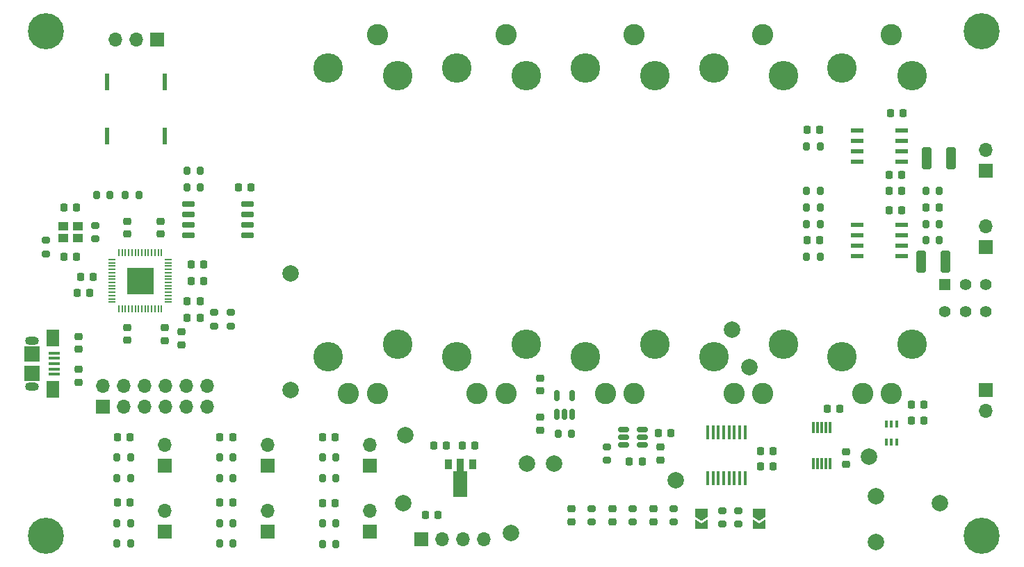
<source format=gts>
G04 #@! TF.GenerationSoftware,KiCad,Pcbnew,(6.0.5)*
G04 #@! TF.CreationDate,2023-10-11T11:29:23-04:00*
G04 #@! TF.ProjectId,v1,76312e6b-6963-4616-945f-706362585858,rev?*
G04 #@! TF.SameCoordinates,Original*
G04 #@! TF.FileFunction,Soldermask,Top*
G04 #@! TF.FilePolarity,Negative*
%FSLAX46Y46*%
G04 Gerber Fmt 4.6, Leading zero omitted, Abs format (unit mm)*
G04 Created by KiCad (PCBNEW (6.0.5)) date 2023-10-11 11:29:23*
%MOMM*%
%LPD*%
G01*
G04 APERTURE LIST*
G04 Aperture macros list*
%AMRoundRect*
0 Rectangle with rounded corners*
0 $1 Rounding radius*
0 $2 $3 $4 $5 $6 $7 $8 $9 X,Y pos of 4 corners*
0 Add a 4 corners polygon primitive as box body*
4,1,4,$2,$3,$4,$5,$6,$7,$8,$9,$2,$3,0*
0 Add four circle primitives for the rounded corners*
1,1,$1+$1,$2,$3*
1,1,$1+$1,$4,$5*
1,1,$1+$1,$6,$7*
1,1,$1+$1,$8,$9*
0 Add four rect primitives between the rounded corners*
20,1,$1+$1,$2,$3,$4,$5,0*
20,1,$1+$1,$4,$5,$6,$7,0*
20,1,$1+$1,$6,$7,$8,$9,0*
20,1,$1+$1,$8,$9,$2,$3,0*%
%AMFreePoly0*
4,1,6,1.000000,0.000000,0.500000,-0.750000,-0.500000,-0.750000,-0.500000,0.750000,0.500000,0.750000,1.000000,0.000000,1.000000,0.000000,$1*%
%AMFreePoly1*
4,1,6,0.500000,-0.750000,-0.650000,-0.750000,-0.150000,0.000000,-0.650000,0.750000,0.500000,0.750000,0.500000,-0.750000,0.500000,-0.750000,$1*%
%AMFreePoly2*
4,1,9,3.862500,-0.866500,0.737500,-0.866500,0.737500,-0.450000,-0.737500,-0.450000,-0.737500,0.450000,0.737500,0.450000,0.737500,0.866500,3.862500,0.866500,3.862500,-0.866500,3.862500,-0.866500,$1*%
G04 Aperture macros list end*
%ADD10RoundRect,0.200000X-0.200000X-0.275000X0.200000X-0.275000X0.200000X0.275000X-0.200000X0.275000X0*%
%ADD11RoundRect,0.225000X0.225000X0.250000X-0.225000X0.250000X-0.225000X-0.250000X0.225000X-0.250000X0*%
%ADD12RoundRect,0.200000X0.200000X0.275000X-0.200000X0.275000X-0.200000X-0.275000X0.200000X-0.275000X0*%
%ADD13C,2.000000*%
%ADD14R,1.700000X1.700000*%
%ADD15O,1.700000X1.700000*%
%ADD16RoundRect,0.225000X0.250000X-0.225000X0.250000X0.225000X-0.250000X0.225000X-0.250000X-0.225000X0*%
%ADD17RoundRect,0.225000X-0.225000X-0.250000X0.225000X-0.250000X0.225000X0.250000X-0.225000X0.250000X0*%
%ADD18RoundRect,0.200000X0.275000X-0.200000X0.275000X0.200000X-0.275000X0.200000X-0.275000X-0.200000X0*%
%ADD19C,4.400000*%
%ADD20RoundRect,0.218750X-0.256250X0.218750X-0.256250X-0.218750X0.256250X-0.218750X0.256250X0.218750X0*%
%ADD21RoundRect,0.200000X-0.275000X0.200000X-0.275000X-0.200000X0.275000X-0.200000X0.275000X0.200000X0*%
%ADD22RoundRect,0.225000X-0.250000X0.225000X-0.250000X-0.225000X0.250000X-0.225000X0.250000X0.225000X0*%
%ADD23O,0.200000X0.875000*%
%ADD24O,0.875000X0.200000*%
%ADD25R,3.200000X3.200000*%
%ADD26R,0.558800X2.108200*%
%ADD27R,0.355600X1.676400*%
%ADD28RoundRect,0.150000X0.150000X-0.512500X0.150000X0.512500X-0.150000X0.512500X-0.150000X-0.512500X0*%
%ADD29R,1.400000X1.400000*%
%ADD30C,1.400000*%
%ADD31RoundRect,0.218750X0.256250X-0.218750X0.256250X0.218750X-0.256250X0.218750X-0.256250X-0.218750X0*%
%ADD32RoundRect,0.150000X-0.650000X-0.150000X0.650000X-0.150000X0.650000X0.150000X-0.650000X0.150000X0*%
%ADD33R,1.150000X1.000000*%
%ADD34R,0.400000X0.900000*%
%ADD35RoundRect,0.150000X-0.512500X-0.150000X0.512500X-0.150000X0.512500X0.150000X-0.512500X0.150000X0*%
%ADD36RoundRect,0.250000X-0.325000X-1.100000X0.325000X-1.100000X0.325000X1.100000X-0.325000X1.100000X0*%
%ADD37FreePoly0,270.000000*%
%ADD38FreePoly1,270.000000*%
%ADD39R,1.500000X0.550000*%
%ADD40R,0.300000X1.400000*%
%ADD41R,1.360000X0.400000*%
%ADD42O,1.700000X1.000000*%
%ADD43R,1.900000X1.950000*%
%ADD44R,1.600000X2.100000*%
%ADD45R,0.900000X1.300000*%
%ADD46FreePoly2,270.000000*%
%ADD47RoundRect,0.250000X0.325000X1.100000X-0.325000X1.100000X-0.325000X-1.100000X0.325000X-1.100000X0*%
%ADD48C,2.600000*%
%ADD49C,3.600000*%
G04 APERTURE END LIST*
D10*
X124175000Y-120000000D03*
X125825000Y-120000000D03*
D11*
X115500000Y-87000000D03*
X113950000Y-87000000D03*
D12*
X184825000Y-91500000D03*
X183175000Y-91500000D03*
D13*
X199400000Y-125600000D03*
D14*
X117500000Y-129000000D03*
D15*
X117500000Y-126460000D03*
D14*
X104040000Y-69000000D03*
D15*
X101500000Y-69000000D03*
X98960000Y-69000000D03*
D14*
X205000000Y-94318750D03*
D15*
X205000000Y-91778750D03*
D16*
X100400000Y-92712500D03*
X100400000Y-91162500D03*
D10*
X99175000Y-120000000D03*
X100825000Y-120000000D03*
D17*
X195905000Y-113500000D03*
X197455000Y-113500000D03*
D18*
X158862500Y-120325000D03*
X158862500Y-118675000D03*
D12*
X113325000Y-122500000D03*
X111675000Y-122500000D03*
D11*
X184775000Y-93500000D03*
X183225000Y-93500000D03*
D19*
X90500000Y-68000000D03*
D20*
X159500000Y-126252500D03*
X159500000Y-127827500D03*
D21*
X172875000Y-126487500D03*
X172875000Y-128137500D03*
D13*
X190800000Y-119900000D03*
D17*
X195905000Y-115500000D03*
X197455000Y-115500000D03*
D10*
X99175000Y-128000000D03*
X100825000Y-128000000D03*
D14*
X130000000Y-121000000D03*
D15*
X130000000Y-118460000D03*
D11*
X138275000Y-127000000D03*
X136725000Y-127000000D03*
D22*
X107000000Y-104662500D03*
X107000000Y-106212500D03*
D21*
X113000000Y-102287500D03*
X113000000Y-103937500D03*
D11*
X194775000Y-87500000D03*
X193225000Y-87500000D03*
D21*
X157000000Y-126215000D03*
X157000000Y-127865000D03*
D14*
X117500000Y-121000000D03*
D15*
X117500000Y-118460000D03*
D13*
X120300000Y-111800000D03*
D23*
X104600000Y-95000000D03*
X104200000Y-95000000D03*
X103800000Y-95000000D03*
X103400000Y-95000000D03*
X103000000Y-95000000D03*
X102600000Y-95000000D03*
X102200000Y-95000000D03*
X101800000Y-95000000D03*
X101400000Y-95000000D03*
X101000000Y-95000000D03*
X100600000Y-95000000D03*
X100200000Y-95000000D03*
X99800000Y-95000000D03*
X99400000Y-95000000D03*
D24*
X98562500Y-95837500D03*
X98562500Y-96237500D03*
X98562500Y-96637500D03*
X98562500Y-97037500D03*
X98562500Y-97437500D03*
X98562500Y-97837500D03*
X98562500Y-98237500D03*
X98562500Y-98637500D03*
X98562500Y-99037500D03*
X98562500Y-99437500D03*
X98562500Y-99837500D03*
X98562500Y-100237500D03*
X98562500Y-100637500D03*
X98562500Y-101037500D03*
D23*
X99400000Y-101875000D03*
X99800000Y-101875000D03*
X100200000Y-101875000D03*
X100600000Y-101875000D03*
X101000000Y-101875000D03*
X101400000Y-101875000D03*
X101800000Y-101875000D03*
X102200000Y-101875000D03*
X102600000Y-101875000D03*
X103000000Y-101875000D03*
X103400000Y-101875000D03*
X103800000Y-101875000D03*
X104200000Y-101875000D03*
X104600000Y-101875000D03*
D24*
X105437500Y-101037500D03*
X105437500Y-100637500D03*
X105437500Y-100237500D03*
X105437500Y-99837500D03*
X105437500Y-99437500D03*
X105437500Y-99037500D03*
X105437500Y-98637500D03*
X105437500Y-98237500D03*
X105437500Y-97837500D03*
X105437500Y-97437500D03*
X105437500Y-97037500D03*
X105437500Y-96637500D03*
X105437500Y-96237500D03*
X105437500Y-95837500D03*
D25*
X102000000Y-98437500D03*
D26*
X105000000Y-74199300D03*
X105000000Y-80800700D03*
D14*
X136200000Y-130000000D03*
D15*
X138740000Y-130000000D03*
X141280000Y-130000000D03*
X143820000Y-130000000D03*
D10*
X197675000Y-87500000D03*
X199325000Y-87500000D03*
D13*
X174100000Y-104400000D03*
D10*
X183175000Y-82000000D03*
X184825000Y-82000000D03*
D27*
X175674999Y-116880600D03*
X175025001Y-116880600D03*
X174374999Y-116880600D03*
X173725001Y-116880600D03*
X173075002Y-116880600D03*
X172425001Y-116880600D03*
X171775002Y-116880600D03*
X171125001Y-116880600D03*
X171125001Y-122519400D03*
X171774999Y-122519400D03*
X172425001Y-122519400D03*
X173074999Y-122519400D03*
X173724998Y-122519400D03*
X174374999Y-122519400D03*
X175024998Y-122519400D03*
X175674999Y-122519400D03*
D10*
X111675000Y-120000000D03*
X113325000Y-120000000D03*
D14*
X97420000Y-113775000D03*
D15*
X97420000Y-111235000D03*
X99960000Y-113775000D03*
X99960000Y-111235000D03*
X102500000Y-113775000D03*
X102500000Y-111235000D03*
X105040000Y-113775000D03*
X105040000Y-111235000D03*
X107580000Y-113775000D03*
X107580000Y-111235000D03*
X110120000Y-113775000D03*
X110120000Y-111235000D03*
D14*
X205000000Y-85000000D03*
D15*
X205000000Y-82460000D03*
D10*
X152875000Y-117100000D03*
X154525000Y-117100000D03*
D14*
X130000000Y-129040000D03*
D15*
X130000000Y-126500000D03*
D13*
X134300000Y-117300000D03*
D11*
X96275000Y-97937500D03*
X94725000Y-97937500D03*
D28*
X152750000Y-114737500D03*
X153700000Y-114737500D03*
X154650000Y-114737500D03*
X154650000Y-112462500D03*
X152750000Y-112462500D03*
D29*
X200000000Y-98850000D03*
D30*
X202500000Y-98850000D03*
X205000000Y-98850000D03*
X200000000Y-102150000D03*
X202500000Y-102150000D03*
X205000000Y-102150000D03*
D12*
X184825000Y-95500000D03*
X183175000Y-95500000D03*
D18*
X96500000Y-93325000D03*
X96500000Y-91675000D03*
D11*
X94275000Y-89500000D03*
X92725000Y-89500000D03*
D10*
X197675000Y-91500000D03*
X199325000Y-91500000D03*
D14*
X205000000Y-111725000D03*
D15*
X205000000Y-114265000D03*
D13*
X147200000Y-129200000D03*
D31*
X94500000Y-106787500D03*
X94500000Y-105212500D03*
D32*
X107900000Y-89095000D03*
X107900000Y-90365000D03*
X107900000Y-91635000D03*
X107900000Y-92905000D03*
X115100000Y-92905000D03*
X115100000Y-91635000D03*
X115100000Y-90365000D03*
X115100000Y-89095000D03*
D33*
X92625000Y-93200000D03*
X94375000Y-93200000D03*
X94375000Y-91800000D03*
X92625000Y-91800000D03*
D10*
X183175000Y-87500000D03*
X184825000Y-87500000D03*
D12*
X199325000Y-93500000D03*
X197675000Y-93500000D03*
D22*
X150700000Y-115100000D03*
X150700000Y-116650000D03*
D34*
X192850000Y-118100000D03*
X193500000Y-118100000D03*
X194150000Y-118100000D03*
X194150000Y-115900000D03*
X193500000Y-115900000D03*
X192850000Y-115900000D03*
D13*
X167200000Y-122800000D03*
D21*
X111000000Y-102287500D03*
X111000000Y-103937500D03*
D13*
X191600000Y-130300000D03*
D22*
X105000000Y-104162500D03*
X105000000Y-105712500D03*
D17*
X111725000Y-117500000D03*
X113275000Y-117500000D03*
X108225000Y-96437500D03*
X109775000Y-96437500D03*
X99225000Y-125500000D03*
X100775000Y-125500000D03*
D10*
X107675000Y-87000000D03*
X109325000Y-87000000D03*
D16*
X150700000Y-111875000D03*
X150700000Y-110325000D03*
D17*
X111725000Y-125500000D03*
X113275000Y-125500000D03*
X197725000Y-89500000D03*
X199275000Y-89500000D03*
D11*
X194775000Y-89800000D03*
X193225000Y-89800000D03*
D13*
X149100000Y-120700000D03*
D20*
X154500000Y-126252500D03*
X154500000Y-127827500D03*
D21*
X162000000Y-126215000D03*
X162000000Y-127865000D03*
D35*
X160862500Y-116550000D03*
X160862500Y-117500000D03*
X160862500Y-118450000D03*
X163137500Y-118450000D03*
X163137500Y-117500000D03*
X163137500Y-116550000D03*
D12*
X125825000Y-122500000D03*
X124175000Y-122500000D03*
X100825000Y-130500000D03*
X99175000Y-130500000D03*
D17*
X107725000Y-102937500D03*
X109275000Y-102937500D03*
D36*
X197825000Y-83500000D03*
X200775000Y-83500000D03*
D37*
X177375000Y-126775000D03*
D38*
X177375000Y-128225000D03*
D37*
X170375000Y-126775000D03*
D38*
X170375000Y-128225000D03*
D11*
X139275000Y-118500000D03*
X137725000Y-118500000D03*
D10*
X107675000Y-85000000D03*
X109325000Y-85000000D03*
D13*
X120300000Y-97500000D03*
D22*
X165362500Y-118725000D03*
X165362500Y-120275000D03*
D17*
X177525000Y-119200000D03*
X179075000Y-119200000D03*
D11*
X95875000Y-99900000D03*
X94325000Y-99900000D03*
D17*
X124225000Y-117500000D03*
X125775000Y-117500000D03*
X177525000Y-121062500D03*
X179075000Y-121062500D03*
D14*
X105000000Y-121000000D03*
D15*
X105000000Y-118460000D03*
D20*
X94500000Y-109212500D03*
X94500000Y-110787500D03*
X164500000Y-126252500D03*
X164500000Y-127827500D03*
D17*
X108225000Y-98437500D03*
X109775000Y-98437500D03*
D26*
X98000000Y-74199300D03*
X98000000Y-80800700D03*
D39*
X189300000Y-91595000D03*
X189300000Y-92865000D03*
X189300000Y-94135000D03*
X189300000Y-95405000D03*
X194700000Y-95405000D03*
X194700000Y-94135000D03*
X194700000Y-92865000D03*
X194700000Y-91595000D03*
D11*
X125775000Y-125540000D03*
X124225000Y-125540000D03*
D40*
X186000000Y-116300000D03*
X185500000Y-116300000D03*
X185000000Y-116300000D03*
X184500000Y-116300000D03*
X184000000Y-116300000D03*
X184000000Y-120700000D03*
X184500000Y-120700000D03*
X185000000Y-120700000D03*
X185500000Y-120700000D03*
X186000000Y-120700000D03*
D14*
X105000000Y-129000000D03*
D15*
X105000000Y-126460000D03*
D41*
X91500000Y-107250000D03*
X91500000Y-107900000D03*
X91500000Y-108550000D03*
X91500000Y-109200000D03*
X91500000Y-109850000D03*
D42*
X88850000Y-105725000D03*
D43*
X88850000Y-109725000D03*
D42*
X88850000Y-111375000D03*
D44*
X91400000Y-105450000D03*
D43*
X88850000Y-107375000D03*
D44*
X91400000Y-111650000D03*
D17*
X183225000Y-80000000D03*
X184775000Y-80000000D03*
D21*
X167000000Y-126215000D03*
X167000000Y-127865000D03*
D19*
X90500000Y-129500000D03*
D13*
X176200000Y-109000000D03*
D19*
X204500000Y-68000000D03*
D12*
X184825000Y-89500000D03*
X183175000Y-89500000D03*
D39*
X189300000Y-80095000D03*
X189300000Y-81365000D03*
X189300000Y-82635000D03*
X189300000Y-83905000D03*
X194700000Y-83905000D03*
X194700000Y-82635000D03*
X194700000Y-81365000D03*
X194700000Y-80095000D03*
D11*
X163137500Y-120500000D03*
X161587500Y-120500000D03*
D10*
X111675000Y-128000000D03*
X113325000Y-128000000D03*
D12*
X113325000Y-130500000D03*
X111675000Y-130500000D03*
X100825000Y-122500000D03*
X99175000Y-122500000D03*
D17*
X107725000Y-100937500D03*
X109275000Y-100937500D03*
D16*
X104500000Y-92712500D03*
X104500000Y-91162500D03*
D21*
X174875000Y-126487500D03*
X174875000Y-128137500D03*
D13*
X134000000Y-125600000D03*
X191600000Y-124700000D03*
D17*
X99225000Y-117500000D03*
X100775000Y-117500000D03*
D21*
X90500000Y-93500000D03*
X90500000Y-95150000D03*
D17*
X185654000Y-114079000D03*
X187204000Y-114079000D03*
X92725000Y-95500000D03*
X94275000Y-95500000D03*
D11*
X194775000Y-85500000D03*
X193225000Y-85500000D03*
D45*
X142500000Y-120850000D03*
D46*
X141000000Y-120937500D03*
D45*
X139500000Y-120850000D03*
D16*
X187929000Y-120854000D03*
X187929000Y-119304000D03*
D47*
X200075000Y-96100000D03*
X197125000Y-96100000D03*
D17*
X165087500Y-117000000D03*
X166637500Y-117000000D03*
D22*
X100400000Y-104125000D03*
X100400000Y-105675000D03*
D17*
X141225000Y-118500000D03*
X142775000Y-118500000D03*
D12*
X125825000Y-130540000D03*
X124175000Y-130540000D03*
D10*
X124175000Y-128040000D03*
X125825000Y-128040000D03*
X100175000Y-87937500D03*
X101825000Y-87937500D03*
D11*
X194900000Y-78000000D03*
X193350000Y-78000000D03*
D12*
X98325000Y-87937500D03*
X96675000Y-87937500D03*
D19*
X204500000Y-129500000D03*
D13*
X152400000Y-120700000D03*
D48*
X162187500Y-112200000D03*
X158687500Y-112200000D03*
D49*
X164687500Y-73400000D03*
X156187500Y-72500000D03*
X156187500Y-107700000D03*
X164687500Y-106200000D03*
D48*
X162187500Y-68400000D03*
X130875000Y-112200000D03*
X127375000Y-112200000D03*
D49*
X133375000Y-73400000D03*
X124875000Y-72500000D03*
D48*
X130875000Y-68400000D03*
D49*
X124875000Y-107700000D03*
X133375000Y-106200000D03*
D48*
X177843750Y-112200000D03*
X174343750Y-112200000D03*
X177843750Y-68400000D03*
D49*
X171843750Y-107700000D03*
X180343750Y-73400000D03*
X180343750Y-106200000D03*
X171843750Y-72500000D03*
D48*
X193500000Y-112200000D03*
X190000000Y-112200000D03*
X193500000Y-68400000D03*
D49*
X196000000Y-106200000D03*
X187500000Y-107700000D03*
X187500000Y-72500000D03*
X196000000Y-73400000D03*
D48*
X146531250Y-112200000D03*
X143031250Y-112200000D03*
D49*
X140531250Y-107700000D03*
X140531250Y-72500000D03*
X149031250Y-106200000D03*
D48*
X146531250Y-68400000D03*
D49*
X149031250Y-73400000D03*
M02*

</source>
